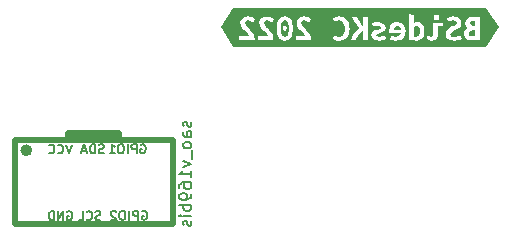
<source format=gbr>
%TF.GenerationSoftware,KiCad,Pcbnew,(6.0.7)*%
%TF.CreationDate,2022-09-05T18:43:59-05:00*%
%TF.ProjectId,Tines SAO,54696e65-7320-4534-914f-2e6b69636164,rev?*%
%TF.SameCoordinates,Original*%
%TF.FileFunction,Legend,Bot*%
%TF.FilePolarity,Positive*%
%FSLAX46Y46*%
G04 Gerber Fmt 4.6, Leading zero omitted, Abs format (unit mm)*
G04 Created by KiCad (PCBNEW (6.0.7)) date 2022-09-05 18:43:59*
%MOMM*%
%LPD*%
G01*
G04 APERTURE LIST*
%ADD10C,0.150000*%
%ADD11C,0.500000*%
G04 APERTURE END LIST*
D10*
%TO.C,X1*%
X152855561Y-106288438D02*
X152903180Y-106383676D01*
X152903180Y-106574152D01*
X152855561Y-106669390D01*
X152760323Y-106717009D01*
X152712704Y-106717009D01*
X152617466Y-106669390D01*
X152569847Y-106574152D01*
X152569847Y-106431295D01*
X152522228Y-106336057D01*
X152426990Y-106288438D01*
X152379371Y-106288438D01*
X152284133Y-106336057D01*
X152236514Y-106431295D01*
X152236514Y-106574152D01*
X152284133Y-106669390D01*
X152903180Y-107574152D02*
X152379371Y-107574152D01*
X152284133Y-107526533D01*
X152236514Y-107431295D01*
X152236514Y-107240819D01*
X152284133Y-107145580D01*
X152855561Y-107574152D02*
X152903180Y-107478914D01*
X152903180Y-107240819D01*
X152855561Y-107145580D01*
X152760323Y-107097961D01*
X152665085Y-107097961D01*
X152569847Y-107145580D01*
X152522228Y-107240819D01*
X152522228Y-107478914D01*
X152474609Y-107574152D01*
X152903180Y-108193200D02*
X152855561Y-108097961D01*
X152807942Y-108050342D01*
X152712704Y-108002723D01*
X152426990Y-108002723D01*
X152331752Y-108050342D01*
X152284133Y-108097961D01*
X152236514Y-108193200D01*
X152236514Y-108336057D01*
X152284133Y-108431295D01*
X152331752Y-108478914D01*
X152426990Y-108526533D01*
X152712704Y-108526533D01*
X152807942Y-108478914D01*
X152855561Y-108431295D01*
X152903180Y-108336057D01*
X152903180Y-108193200D01*
X152998419Y-108717009D02*
X152998419Y-109478914D01*
X152236514Y-109621771D02*
X152903180Y-109859866D01*
X152236514Y-110097961D01*
X152903180Y-111002723D02*
X152903180Y-110431295D01*
X152903180Y-110717009D02*
X151903180Y-110717009D01*
X152046038Y-110621771D01*
X152141276Y-110526533D01*
X152188895Y-110431295D01*
X151903180Y-111859866D02*
X151903180Y-111669390D01*
X151950800Y-111574152D01*
X151998419Y-111526533D01*
X152141276Y-111431295D01*
X152331752Y-111383676D01*
X152712704Y-111383676D01*
X152807942Y-111431295D01*
X152855561Y-111478914D01*
X152903180Y-111574152D01*
X152903180Y-111764628D01*
X152855561Y-111859866D01*
X152807942Y-111907485D01*
X152712704Y-111955104D01*
X152474609Y-111955104D01*
X152379371Y-111907485D01*
X152331752Y-111859866D01*
X152284133Y-111764628D01*
X152284133Y-111574152D01*
X152331752Y-111478914D01*
X152379371Y-111431295D01*
X152474609Y-111383676D01*
X152903180Y-112431295D02*
X152903180Y-112621771D01*
X152855561Y-112717009D01*
X152807942Y-112764628D01*
X152665085Y-112859866D01*
X152474609Y-112907485D01*
X152093657Y-112907485D01*
X151998419Y-112859866D01*
X151950800Y-112812247D01*
X151903180Y-112717009D01*
X151903180Y-112526533D01*
X151950800Y-112431295D01*
X151998419Y-112383676D01*
X152093657Y-112336057D01*
X152331752Y-112336057D01*
X152426990Y-112383676D01*
X152474609Y-112431295D01*
X152522228Y-112526533D01*
X152522228Y-112717009D01*
X152474609Y-112812247D01*
X152426990Y-112859866D01*
X152331752Y-112907485D01*
X152903180Y-113336057D02*
X151903180Y-113336057D01*
X152284133Y-113336057D02*
X152236514Y-113431295D01*
X152236514Y-113621771D01*
X152284133Y-113717009D01*
X152331752Y-113764628D01*
X152426990Y-113812247D01*
X152712704Y-113812247D01*
X152807942Y-113764628D01*
X152855561Y-113717009D01*
X152903180Y-113621771D01*
X152903180Y-113431295D01*
X152855561Y-113336057D01*
X152903180Y-114240819D02*
X152236514Y-114240819D01*
X151903180Y-114240819D02*
X151950800Y-114193200D01*
X151998419Y-114240819D01*
X151950800Y-114288438D01*
X151903180Y-114240819D01*
X151998419Y-114240819D01*
X152855561Y-114669390D02*
X152903180Y-114764628D01*
X152903180Y-114955104D01*
X152855561Y-115050342D01*
X152760323Y-115097961D01*
X152712704Y-115097961D01*
X152617466Y-115050342D01*
X152569847Y-114955104D01*
X152569847Y-114812247D01*
X152522228Y-114717009D01*
X152426990Y-114669390D01*
X152379371Y-114669390D01*
X152284133Y-114717009D01*
X152236514Y-114812247D01*
X152236514Y-114955104D01*
X152284133Y-115050342D01*
X148630342Y-108235400D02*
X148701771Y-108199685D01*
X148808914Y-108199685D01*
X148916057Y-108235400D01*
X148987485Y-108306828D01*
X149023200Y-108378257D01*
X149058914Y-108521114D01*
X149058914Y-108628257D01*
X149023200Y-108771114D01*
X148987485Y-108842542D01*
X148916057Y-108913971D01*
X148808914Y-108949685D01*
X148737485Y-108949685D01*
X148630342Y-108913971D01*
X148594628Y-108878257D01*
X148594628Y-108628257D01*
X148737485Y-108628257D01*
X148273200Y-108949685D02*
X148273200Y-108199685D01*
X147987485Y-108199685D01*
X147916057Y-108235400D01*
X147880342Y-108271114D01*
X147844628Y-108342542D01*
X147844628Y-108449685D01*
X147880342Y-108521114D01*
X147916057Y-108556828D01*
X147987485Y-108592542D01*
X148273200Y-108592542D01*
X147523200Y-108949685D02*
X147523200Y-108199685D01*
X147023200Y-108199685D02*
X146880342Y-108199685D01*
X146808914Y-108235400D01*
X146737485Y-108306828D01*
X146701771Y-108449685D01*
X146701771Y-108699685D01*
X146737485Y-108842542D01*
X146808914Y-108913971D01*
X146880342Y-108949685D01*
X147023200Y-108949685D01*
X147094628Y-108913971D01*
X147166057Y-108842542D01*
X147201771Y-108699685D01*
X147201771Y-108449685D01*
X147166057Y-108306828D01*
X147094628Y-108235400D01*
X147023200Y-108199685D01*
X145987485Y-108949685D02*
X146416057Y-108949685D01*
X146201771Y-108949685D02*
X146201771Y-108199685D01*
X146273200Y-108306828D01*
X146344628Y-108378257D01*
X146416057Y-108413971D01*
X145215657Y-114578171D02*
X145108514Y-114613885D01*
X144929942Y-114613885D01*
X144858514Y-114578171D01*
X144822800Y-114542457D01*
X144787085Y-114471028D01*
X144787085Y-114399600D01*
X144822800Y-114328171D01*
X144858514Y-114292457D01*
X144929942Y-114256742D01*
X145072800Y-114221028D01*
X145144228Y-114185314D01*
X145179942Y-114149600D01*
X145215657Y-114078171D01*
X145215657Y-114006742D01*
X145179942Y-113935314D01*
X145144228Y-113899600D01*
X145072800Y-113863885D01*
X144894228Y-113863885D01*
X144787085Y-113899600D01*
X144037085Y-114542457D02*
X144072800Y-114578171D01*
X144179942Y-114613885D01*
X144251371Y-114613885D01*
X144358514Y-114578171D01*
X144429942Y-114506742D01*
X144465657Y-114435314D01*
X144501371Y-114292457D01*
X144501371Y-114185314D01*
X144465657Y-114042457D01*
X144429942Y-113971028D01*
X144358514Y-113899600D01*
X144251371Y-113863885D01*
X144179942Y-113863885D01*
X144072800Y-113899600D01*
X144037085Y-113935314D01*
X143358514Y-114613885D02*
X143715657Y-114613885D01*
X143715657Y-113863885D01*
X142782800Y-108225085D02*
X142532800Y-108975085D01*
X142282800Y-108225085D01*
X141604228Y-108903657D02*
X141639942Y-108939371D01*
X141747085Y-108975085D01*
X141818514Y-108975085D01*
X141925657Y-108939371D01*
X141997085Y-108867942D01*
X142032800Y-108796514D01*
X142068514Y-108653657D01*
X142068514Y-108546514D01*
X142032800Y-108403657D01*
X141997085Y-108332228D01*
X141925657Y-108260800D01*
X141818514Y-108225085D01*
X141747085Y-108225085D01*
X141639942Y-108260800D01*
X141604228Y-108296514D01*
X140854228Y-108903657D02*
X140889942Y-108939371D01*
X140997085Y-108975085D01*
X141068514Y-108975085D01*
X141175657Y-108939371D01*
X141247085Y-108867942D01*
X141282800Y-108796514D01*
X141318514Y-108653657D01*
X141318514Y-108546514D01*
X141282800Y-108403657D01*
X141247085Y-108332228D01*
X141175657Y-108260800D01*
X141068514Y-108225085D01*
X140997085Y-108225085D01*
X140889942Y-108260800D01*
X140854228Y-108296514D01*
X145487514Y-108913971D02*
X145380371Y-108949685D01*
X145201800Y-108949685D01*
X145130371Y-108913971D01*
X145094657Y-108878257D01*
X145058942Y-108806828D01*
X145058942Y-108735400D01*
X145094657Y-108663971D01*
X145130371Y-108628257D01*
X145201800Y-108592542D01*
X145344657Y-108556828D01*
X145416085Y-108521114D01*
X145451800Y-108485400D01*
X145487514Y-108413971D01*
X145487514Y-108342542D01*
X145451800Y-108271114D01*
X145416085Y-108235400D01*
X145344657Y-108199685D01*
X145166085Y-108199685D01*
X145058942Y-108235400D01*
X144737514Y-108949685D02*
X144737514Y-108199685D01*
X144558942Y-108199685D01*
X144451800Y-108235400D01*
X144380371Y-108306828D01*
X144344657Y-108378257D01*
X144308942Y-108521114D01*
X144308942Y-108628257D01*
X144344657Y-108771114D01*
X144380371Y-108842542D01*
X144451800Y-108913971D01*
X144558942Y-108949685D01*
X144737514Y-108949685D01*
X144023228Y-108735400D02*
X143666085Y-108735400D01*
X144094657Y-108949685D02*
X143844657Y-108199685D01*
X143594657Y-108949685D01*
X148757342Y-113874200D02*
X148828771Y-113838485D01*
X148935914Y-113838485D01*
X149043057Y-113874200D01*
X149114485Y-113945628D01*
X149150200Y-114017057D01*
X149185914Y-114159914D01*
X149185914Y-114267057D01*
X149150200Y-114409914D01*
X149114485Y-114481342D01*
X149043057Y-114552771D01*
X148935914Y-114588485D01*
X148864485Y-114588485D01*
X148757342Y-114552771D01*
X148721628Y-114517057D01*
X148721628Y-114267057D01*
X148864485Y-114267057D01*
X148400200Y-114588485D02*
X148400200Y-113838485D01*
X148114485Y-113838485D01*
X148043057Y-113874200D01*
X148007342Y-113909914D01*
X147971628Y-113981342D01*
X147971628Y-114088485D01*
X148007342Y-114159914D01*
X148043057Y-114195628D01*
X148114485Y-114231342D01*
X148400200Y-114231342D01*
X147650200Y-114588485D02*
X147650200Y-113838485D01*
X147150200Y-113838485D02*
X147007342Y-113838485D01*
X146935914Y-113874200D01*
X146864485Y-113945628D01*
X146828771Y-114088485D01*
X146828771Y-114338485D01*
X146864485Y-114481342D01*
X146935914Y-114552771D01*
X147007342Y-114588485D01*
X147150200Y-114588485D01*
X147221628Y-114552771D01*
X147293057Y-114481342D01*
X147328771Y-114338485D01*
X147328771Y-114088485D01*
X147293057Y-113945628D01*
X147221628Y-113874200D01*
X147150200Y-113838485D01*
X146543057Y-113909914D02*
X146507342Y-113874200D01*
X146435914Y-113838485D01*
X146257342Y-113838485D01*
X146185914Y-113874200D01*
X146150200Y-113909914D01*
X146114485Y-113981342D01*
X146114485Y-114052771D01*
X146150200Y-114159914D01*
X146578771Y-114588485D01*
X146114485Y-114588485D01*
X142405028Y-113899600D02*
X142476457Y-113863885D01*
X142583600Y-113863885D01*
X142690742Y-113899600D01*
X142762171Y-113971028D01*
X142797885Y-114042457D01*
X142833600Y-114185314D01*
X142833600Y-114292457D01*
X142797885Y-114435314D01*
X142762171Y-114506742D01*
X142690742Y-114578171D01*
X142583600Y-114613885D01*
X142512171Y-114613885D01*
X142405028Y-114578171D01*
X142369314Y-114542457D01*
X142369314Y-114292457D01*
X142512171Y-114292457D01*
X142047885Y-114613885D02*
X142047885Y-113863885D01*
X141619314Y-114613885D01*
X141619314Y-113863885D01*
X141262171Y-114613885D02*
X141262171Y-113863885D01*
X141083600Y-113863885D01*
X140976457Y-113899600D01*
X140905028Y-113971028D01*
X140869314Y-114042457D01*
X140833600Y-114185314D01*
X140833600Y-114292457D01*
X140869314Y-114435314D01*
X140905028Y-114506742D01*
X140976457Y-114578171D01*
X141083600Y-114613885D01*
X141262171Y-114613885D01*
D11*
X146761200Y-107746800D02*
X146761200Y-107238800D01*
X137998200Y-114985800D02*
X151333200Y-114985800D01*
X151333200Y-114985800D02*
X151333200Y-107873800D01*
X137998200Y-107873800D02*
X137998200Y-114985800D01*
X142443200Y-107619800D02*
X146761200Y-107619800D01*
X151206200Y-107873800D02*
X137998200Y-107873800D01*
X146761200Y-107238800D02*
X142443200Y-107238800D01*
X142443200Y-107238800D02*
X142443200Y-107746800D01*
X139192000Y-108712000D02*
G75*
G03*
X139192000Y-108712000I-254000J0D01*
G01*
%TO.C,kibuzzard-63168805*%
G36*
X178932725Y-98298000D02*
G01*
X177842730Y-99932993D01*
X156472070Y-99932993D01*
X156102800Y-99379088D01*
X156984700Y-99379088D01*
X158267400Y-99379088D01*
X158572200Y-99379088D01*
X159854900Y-99379088D01*
X159862837Y-99299713D01*
X159861250Y-99233038D01*
X159846566Y-99080638D01*
X159802512Y-98940938D01*
X159735837Y-98812747D01*
X159653287Y-98694875D01*
X159559625Y-98586131D01*
X159459612Y-98485325D01*
X159360856Y-98391663D01*
X160150175Y-98391663D01*
X160161089Y-98635344D01*
X160193831Y-98845688D01*
X160248402Y-99022694D01*
X160324800Y-99166363D01*
X160458856Y-99307474D01*
X160628189Y-99392140D01*
X160832800Y-99420363D01*
X161037411Y-99392140D01*
X161063515Y-99379088D01*
X161747200Y-99379088D01*
X163029900Y-99379088D01*
X163037837Y-99299713D01*
X163037459Y-99283838D01*
X164899975Y-99283838D01*
X165123813Y-99377500D01*
X165275816Y-99409647D01*
X165449250Y-99420363D01*
X165704661Y-99390729D01*
X165732378Y-99379088D01*
X166423975Y-99379088D01*
X166865300Y-99379088D01*
X166965312Y-99139375D01*
X167033972Y-99012375D01*
X167109775Y-98888550D01*
X167191134Y-98770281D01*
X167276463Y-98659950D01*
X167443150Y-98480563D01*
X167443150Y-99379088D01*
X167833675Y-99379088D01*
X167833675Y-98966338D01*
X168160700Y-98966338D01*
X168195625Y-99140963D01*
X168311513Y-99283838D01*
X168522650Y-99379088D01*
X168667906Y-99405281D01*
X168843325Y-99414013D01*
X169022713Y-99402900D01*
X169173525Y-99369563D01*
X169392600Y-99290188D01*
X169332275Y-98963163D01*
X169095738Y-99045713D01*
X168840150Y-99083813D01*
X168621075Y-99063175D01*
X168544875Y-98979038D01*
X168568688Y-98909188D01*
X168635363Y-98859975D01*
X168733788Y-98820288D01*
X168849675Y-98782188D01*
X169024300Y-98723450D01*
X169186225Y-98639313D01*
X169210057Y-98613913D01*
X169675175Y-98613913D01*
X169676763Y-98693288D01*
X169681525Y-98759963D01*
X170649900Y-98759963D01*
X170619738Y-98890534D01*
X170529250Y-98990150D01*
X170391138Y-99053253D01*
X170218100Y-99074288D01*
X169994263Y-99048888D01*
X169814875Y-98998088D01*
X169760900Y-99331463D01*
X169976800Y-99390200D01*
X170233975Y-99414013D01*
X170414553Y-99401709D01*
X170575288Y-99364800D01*
X170644229Y-99334638D01*
X171373800Y-99334638D01*
X171493656Y-99366388D01*
X171637325Y-99391788D01*
X171791313Y-99408456D01*
X171942125Y-99414013D01*
X172156085Y-99391082D01*
X172332297Y-99322290D01*
X172340391Y-99315588D01*
X172843825Y-99315588D01*
X173070838Y-99393375D01*
X173266100Y-99414013D01*
X173406197Y-99402900D01*
X173521688Y-99369563D01*
X173686788Y-99240975D01*
X173774100Y-99036188D01*
X173793150Y-98906806D01*
X173795930Y-98842513D01*
X174453550Y-98842513D01*
X174498397Y-99087384D01*
X174632938Y-99269550D01*
X174773167Y-99353335D01*
X174954671Y-99403606D01*
X175177450Y-99420363D01*
X175397319Y-99407266D01*
X175567975Y-99367975D01*
X175787050Y-99271138D01*
X175672750Y-98953638D01*
X175467963Y-99048888D01*
X175335803Y-99082225D01*
X175177450Y-99093338D01*
X175013938Y-99072700D01*
X174910750Y-99015550D01*
X174858363Y-98933000D01*
X174844075Y-98839338D01*
X174861538Y-98785363D01*
X176012475Y-98785363D01*
X176027556Y-98948478D01*
X176072800Y-99082225D01*
X176236313Y-99272725D01*
X176349025Y-99333844D01*
X176480788Y-99374325D01*
X176627234Y-99396947D01*
X176784000Y-99404488D01*
X176916556Y-99400916D01*
X177053875Y-99390200D01*
X177192781Y-99372341D01*
X177330100Y-99347338D01*
X177330100Y-97439162D01*
X177085625Y-97405825D01*
X176822100Y-97391537D01*
X176620488Y-97403047D01*
X176460150Y-97437575D01*
X176241075Y-97558225D01*
X176133125Y-97724912D01*
X176104550Y-97909062D01*
X176121616Y-98040825D01*
X176172813Y-98156712D01*
X176355375Y-98328163D01*
X176187497Y-98413888D01*
X176083913Y-98525013D01*
X176030334Y-98652013D01*
X176012475Y-98785363D01*
X174861538Y-98785363D01*
X174879000Y-98731388D01*
X174967900Y-98647250D01*
X175088550Y-98580575D01*
X175221900Y-98525013D01*
X175406050Y-98451988D01*
X175579088Y-98347213D01*
X175707675Y-98190050D01*
X175758475Y-97956687D01*
X175713628Y-97710625D01*
X175579088Y-97524887D01*
X175444503Y-97438457D01*
X175279932Y-97386599D01*
X175085375Y-97369312D01*
X174915909Y-97379631D01*
X174769463Y-97410587D01*
X174542450Y-97502662D01*
X174656750Y-97804287D01*
X174832963Y-97728087D01*
X175056800Y-97696337D01*
X175229661Y-97721385D01*
X175333378Y-97796526D01*
X175367950Y-97921762D01*
X175336200Y-98021775D01*
X175255238Y-98097975D01*
X175144113Y-98156712D01*
X175021875Y-98204337D01*
X174829788Y-98282125D01*
X174645638Y-98396425D01*
X174507525Y-98574225D01*
X174467044Y-98694478D01*
X174453550Y-98842513D01*
X173795930Y-98842513D01*
X173799500Y-98759963D01*
X173799500Y-98210687D01*
X174212250Y-98210687D01*
X174212250Y-97886837D01*
X173408975Y-97886837D01*
X173408975Y-98810763D01*
X173359763Y-99009200D01*
X173196250Y-99074288D01*
X173066075Y-99060000D01*
X172894625Y-99001263D01*
X172843825Y-99315588D01*
X172340391Y-99315588D01*
X172470763Y-99207638D01*
X172570422Y-99053121D01*
X172630218Y-98864738D01*
X172650150Y-98642488D01*
X172633393Y-98416181D01*
X172583122Y-98224093D01*
X172499338Y-98066225D01*
X172382744Y-97948926D01*
X172234049Y-97878547D01*
X172053250Y-97855087D01*
X171897675Y-97872550D01*
X171764325Y-97921762D01*
X171764325Y-97458212D01*
X173424850Y-97458212D01*
X173497875Y-97639187D01*
X173672500Y-97705862D01*
X173845538Y-97639187D01*
X173916975Y-97458212D01*
X173845538Y-97274062D01*
X173672500Y-97207387D01*
X173497875Y-97274062D01*
X173424850Y-97458212D01*
X171764325Y-97458212D01*
X171764325Y-97242312D01*
X171373800Y-97175637D01*
X171373800Y-99334638D01*
X170644229Y-99334638D01*
X170714988Y-99303681D01*
X170832463Y-99218750D01*
X170926522Y-99110403D01*
X170995975Y-98979038D01*
X171038838Y-98824256D01*
X171053125Y-98645663D01*
X171038044Y-98460719D01*
X170992800Y-98299588D01*
X170922950Y-98162666D01*
X170834050Y-98050350D01*
X170728481Y-97962641D01*
X170608625Y-97899537D01*
X170480038Y-97861437D01*
X170348275Y-97848737D01*
X170145781Y-97870433D01*
X169978564Y-97935521D01*
X169846625Y-98044000D01*
X169751375Y-98194107D01*
X169694225Y-98384078D01*
X169675175Y-98613913D01*
X169210057Y-98613913D01*
X169306875Y-98510725D01*
X169354500Y-98315463D01*
X169317988Y-98136075D01*
X169203688Y-97986850D01*
X169005250Y-97885250D01*
X168872694Y-97857866D01*
X168716325Y-97848737D01*
X168575434Y-97854294D01*
X168444863Y-97870962D01*
X168227375Y-97934462D01*
X168287700Y-98264662D01*
X168455975Y-98212275D01*
X168713150Y-98175762D01*
X168914763Y-98212275D01*
X168967150Y-98290062D01*
X168943338Y-98351975D01*
X168879838Y-98401188D01*
X168787763Y-98444050D01*
X168675050Y-98483738D01*
X168497250Y-98547238D01*
X168330563Y-98634550D01*
X168208325Y-98767900D01*
X168160700Y-98966338D01*
X167833675Y-98966338D01*
X167833675Y-97413762D01*
X167443150Y-97413762D01*
X167443150Y-98229737D01*
X167297100Y-98032887D01*
X167152637Y-97816987D01*
X167027225Y-97604262D01*
X166931975Y-97413762D01*
X166490650Y-97413762D01*
X166597012Y-97609025D01*
X166663291Y-97720944D01*
X166738300Y-97837625D01*
X166820453Y-97957878D01*
X166908162Y-98080512D01*
X167000634Y-98201956D01*
X167097075Y-98318638D01*
X166997856Y-98421031D01*
X166897050Y-98537713D01*
X166798228Y-98665903D01*
X166704962Y-98802825D01*
X166618841Y-98945700D01*
X166541450Y-99091750D01*
X166475569Y-99237403D01*
X166423975Y-99379088D01*
X165732378Y-99379088D01*
X165916328Y-99301829D01*
X166084250Y-99153663D01*
X166180095Y-99006223D01*
X166248556Y-98830606D01*
X166289633Y-98626811D01*
X166303325Y-98394838D01*
X166286656Y-98163856D01*
X166236650Y-97959862D01*
X166156878Y-97784047D01*
X166050912Y-97637600D01*
X165920737Y-97521712D01*
X165768337Y-97437575D01*
X165597284Y-97386378D01*
X165411150Y-97369312D01*
X165222237Y-97386775D01*
X165074600Y-97426462D01*
X164968237Y-97474087D01*
X164903150Y-97512187D01*
X165004750Y-97823337D01*
X165180962Y-97742375D01*
X165417500Y-97709037D01*
X165596887Y-97742375D01*
X165752462Y-97853500D01*
X165863587Y-98061462D01*
X165895734Y-98207512D01*
X165906450Y-98385313D01*
X165893574Y-98592217D01*
X165854944Y-98764196D01*
X165790562Y-98901250D01*
X165637766Y-99035791D01*
X165411150Y-99080638D01*
X165158737Y-99045713D01*
X164998400Y-98975863D01*
X164899975Y-99283838D01*
X163037459Y-99283838D01*
X163036250Y-99233038D01*
X163021566Y-99080638D01*
X162977512Y-98940938D01*
X162910837Y-98812747D01*
X162828287Y-98694875D01*
X162734625Y-98586131D01*
X162634612Y-98485325D01*
X162534600Y-98390472D01*
X162440937Y-98299588D01*
X162291712Y-98128137D01*
X162232975Y-97959862D01*
X162306000Y-97774125D01*
X162490150Y-97709037D01*
X162683825Y-97753487D01*
X162883850Y-97902712D01*
X163077525Y-97629662D01*
X162940603Y-97513775D01*
X162783837Y-97432812D01*
X162617547Y-97385187D01*
X162452050Y-97369312D01*
X162220275Y-97404237D01*
X162023425Y-97509012D01*
X161886900Y-97685225D01*
X161836100Y-97931287D01*
X161874200Y-98126550D01*
X161975800Y-98309113D01*
X162118675Y-98480563D01*
X162280600Y-98639313D01*
X162375850Y-98729800D01*
X162477450Y-98837750D01*
X162558412Y-98950463D01*
X162591750Y-99055238D01*
X161747200Y-99055238D01*
X161747200Y-99379088D01*
X161063515Y-99379088D01*
X161206744Y-99307474D01*
X161340800Y-99166363D01*
X161417198Y-99022694D01*
X161471769Y-98845688D01*
X161504511Y-98635344D01*
X161515425Y-98391663D01*
X161504312Y-98150759D01*
X161470975Y-97942400D01*
X161415412Y-97766584D01*
X161337625Y-97623312D01*
X161202511Y-97482201D01*
X161034236Y-97397535D01*
X160832800Y-97369312D01*
X160628189Y-97397358D01*
X160458856Y-97481496D01*
X160324800Y-97621725D01*
X160248402Y-97764501D01*
X160193831Y-97940416D01*
X160161089Y-98149470D01*
X160150175Y-98391663D01*
X159360856Y-98391663D01*
X159359600Y-98390472D01*
X159265937Y-98299588D01*
X159116712Y-98128137D01*
X159057975Y-97959862D01*
X159131000Y-97774125D01*
X159315150Y-97709037D01*
X159508825Y-97753487D01*
X159708850Y-97902712D01*
X159902525Y-97629662D01*
X159765603Y-97513775D01*
X159608837Y-97432812D01*
X159442547Y-97385187D01*
X159277050Y-97369312D01*
X159045275Y-97404237D01*
X158848425Y-97509012D01*
X158711900Y-97685225D01*
X158661100Y-97931287D01*
X158699200Y-98126550D01*
X158800800Y-98309113D01*
X158943675Y-98480563D01*
X159105600Y-98639313D01*
X159200850Y-98729800D01*
X159302450Y-98837750D01*
X159383412Y-98950463D01*
X159416750Y-99055238D01*
X158572200Y-99055238D01*
X158572200Y-99379088D01*
X158267400Y-99379088D01*
X158275337Y-99299713D01*
X158273750Y-99233038D01*
X158259066Y-99080638D01*
X158215012Y-98940938D01*
X158148337Y-98812747D01*
X158065787Y-98694875D01*
X157972125Y-98586131D01*
X157872112Y-98485325D01*
X157772100Y-98390472D01*
X157678437Y-98299588D01*
X157529212Y-98128137D01*
X157470475Y-97959862D01*
X157543500Y-97774125D01*
X157727650Y-97709037D01*
X157921325Y-97753487D01*
X158121350Y-97902712D01*
X158315025Y-97629662D01*
X158178103Y-97513775D01*
X158021337Y-97432812D01*
X157855047Y-97385187D01*
X157689550Y-97369312D01*
X157457775Y-97404237D01*
X157260925Y-97509012D01*
X157124400Y-97685225D01*
X157073600Y-97931287D01*
X157111700Y-98126550D01*
X157213300Y-98309113D01*
X157356175Y-98480563D01*
X157518100Y-98639313D01*
X157613350Y-98729800D01*
X157714950Y-98837750D01*
X157795912Y-98950463D01*
X157829250Y-99055238D01*
X156984700Y-99055238D01*
X156984700Y-99379088D01*
X156102800Y-99379088D01*
X155382075Y-98298000D01*
X156472070Y-96663007D01*
X177842730Y-96663007D01*
X178932725Y-98298000D01*
G37*
G36*
X176939575Y-99052063D02*
G01*
X176849088Y-99061588D01*
X176752250Y-99064763D01*
X176622075Y-99053650D01*
X176509363Y-99012375D01*
X176428400Y-98926650D01*
X176396650Y-98785363D01*
X176487138Y-98580575D01*
X176730025Y-98518663D01*
X176939575Y-98518663D01*
X176939575Y-99052063D01*
G37*
G36*
X172107225Y-98219419D02*
G01*
X172189775Y-98302763D01*
X172237400Y-98438494D01*
X172253275Y-98623438D01*
X172234622Y-98805206D01*
X172178663Y-98950463D01*
X172081428Y-99045713D01*
X171938950Y-99077463D01*
X171850050Y-99074288D01*
X171764325Y-99064763D01*
X171764325Y-98251962D01*
X171865925Y-98209100D01*
X171986575Y-98191637D01*
X172107225Y-98219419D01*
G37*
G36*
X170473688Y-98201162D02*
G01*
X170565763Y-98271012D01*
X170622913Y-98372613D01*
X170649900Y-98490088D01*
X170053000Y-98490088D01*
X170068875Y-98374200D01*
X170119675Y-98274187D01*
X170208575Y-98202750D01*
X170341925Y-98175762D01*
X170473688Y-98201162D01*
G37*
G36*
X160539994Y-98014190D02*
G01*
X160586737Y-97878900D01*
X160690322Y-97746741D01*
X160832800Y-97702687D01*
X160973294Y-97746741D01*
X161077275Y-97878900D01*
X161124900Y-98014190D01*
X161153475Y-98185111D01*
X161163000Y-98391663D01*
X161153475Y-98599978D01*
X161124900Y-98771957D01*
X161077275Y-98907600D01*
X160973294Y-99039759D01*
X160832800Y-99083813D01*
X160690322Y-99039759D01*
X160586737Y-98907600D01*
X160539994Y-98771957D01*
X160511949Y-98599978D01*
X160502600Y-98391663D01*
X160504037Y-98359913D01*
X160655000Y-98359913D01*
X160704212Y-98507550D01*
X160829625Y-98569463D01*
X160959800Y-98507550D01*
X161007425Y-98359913D01*
X160959800Y-98210687D01*
X160829625Y-98147187D01*
X160704212Y-98210687D01*
X160655000Y-98359913D01*
X160504037Y-98359913D01*
X160511949Y-98185111D01*
X160539994Y-98014190D01*
G37*
G36*
X176853850Y-97734437D02*
G01*
X176939575Y-97743962D01*
X176939575Y-98194812D01*
X176787175Y-98194812D01*
X176561750Y-98129725D01*
X176485550Y-97950337D01*
X176507775Y-97837625D01*
X176568100Y-97770950D01*
X176657000Y-97739200D01*
X176761775Y-97731262D01*
X176853850Y-97734437D01*
G37*
%TD*%
M02*

</source>
